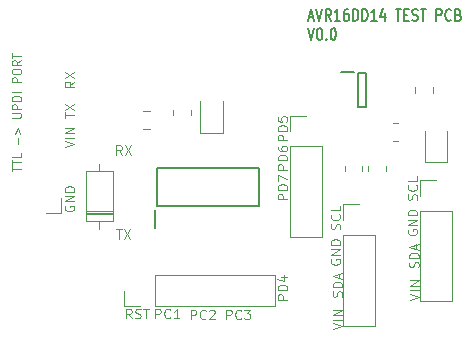
<source format=gbr>
%TF.GenerationSoftware,KiCad,Pcbnew,8.0.0-8.0.0-1~ubuntu20.04.1*%
%TF.CreationDate,2024-03-10T03:56:21-05:00*%
%TF.ProjectId,avr16dd14_dev_board,61767231-3664-4643-9134-5f6465765f62,rev?*%
%TF.SameCoordinates,Original*%
%TF.FileFunction,Legend,Top*%
%TF.FilePolarity,Positive*%
%FSLAX46Y46*%
G04 Gerber Fmt 4.6, Leading zero omitted, Abs format (unit mm)*
G04 Created by KiCad (PCBNEW 8.0.0-8.0.0-1~ubuntu20.04.1) date 2024-03-10 03:56:21*
%MOMM*%
%LPD*%
G01*
G04 APERTURE LIST*
%ADD10C,0.100000*%
%ADD11C,0.150000*%
%ADD12C,0.120000*%
%ADD13C,0.200000*%
G04 APERTURE END LIST*
D10*
X128896895Y-83743734D02*
X128096895Y-83743734D01*
X128096895Y-83743734D02*
X128096895Y-83438972D01*
X128096895Y-83438972D02*
X128134990Y-83362782D01*
X128134990Y-83362782D02*
X128173085Y-83324687D01*
X128173085Y-83324687D02*
X128249276Y-83286591D01*
X128249276Y-83286591D02*
X128363561Y-83286591D01*
X128363561Y-83286591D02*
X128439752Y-83324687D01*
X128439752Y-83324687D02*
X128477847Y-83362782D01*
X128477847Y-83362782D02*
X128515942Y-83438972D01*
X128515942Y-83438972D02*
X128515942Y-83743734D01*
X128896895Y-82943734D02*
X128096895Y-82943734D01*
X128096895Y-82943734D02*
X128096895Y-82753258D01*
X128096895Y-82753258D02*
X128134990Y-82638972D01*
X128134990Y-82638972D02*
X128211180Y-82562782D01*
X128211180Y-82562782D02*
X128287371Y-82524687D01*
X128287371Y-82524687D02*
X128439752Y-82486591D01*
X128439752Y-82486591D02*
X128554038Y-82486591D01*
X128554038Y-82486591D02*
X128706419Y-82524687D01*
X128706419Y-82524687D02*
X128782609Y-82562782D01*
X128782609Y-82562782D02*
X128858800Y-82638972D01*
X128858800Y-82638972D02*
X128896895Y-82753258D01*
X128896895Y-82753258D02*
X128896895Y-82943734D01*
X128096895Y-82219925D02*
X128096895Y-81686591D01*
X128096895Y-81686591D02*
X128896895Y-82029449D01*
X128896895Y-81243734D02*
X128096895Y-81243734D01*
X128096895Y-81243734D02*
X128096895Y-80938972D01*
X128096895Y-80938972D02*
X128134990Y-80862782D01*
X128134990Y-80862782D02*
X128173085Y-80824687D01*
X128173085Y-80824687D02*
X128249276Y-80786591D01*
X128249276Y-80786591D02*
X128363561Y-80786591D01*
X128363561Y-80786591D02*
X128439752Y-80824687D01*
X128439752Y-80824687D02*
X128477847Y-80862782D01*
X128477847Y-80862782D02*
X128515942Y-80938972D01*
X128515942Y-80938972D02*
X128515942Y-81243734D01*
X128896895Y-80443734D02*
X128096895Y-80443734D01*
X128096895Y-80443734D02*
X128096895Y-80253258D01*
X128096895Y-80253258D02*
X128134990Y-80138972D01*
X128134990Y-80138972D02*
X128211180Y-80062782D01*
X128211180Y-80062782D02*
X128287371Y-80024687D01*
X128287371Y-80024687D02*
X128439752Y-79986591D01*
X128439752Y-79986591D02*
X128554038Y-79986591D01*
X128554038Y-79986591D02*
X128706419Y-80024687D01*
X128706419Y-80024687D02*
X128782609Y-80062782D01*
X128782609Y-80062782D02*
X128858800Y-80138972D01*
X128858800Y-80138972D02*
X128896895Y-80253258D01*
X128896895Y-80253258D02*
X128896895Y-80443734D01*
X128096895Y-79300877D02*
X128096895Y-79453258D01*
X128096895Y-79453258D02*
X128134990Y-79529449D01*
X128134990Y-79529449D02*
X128173085Y-79567544D01*
X128173085Y-79567544D02*
X128287371Y-79643734D01*
X128287371Y-79643734D02*
X128439752Y-79681830D01*
X128439752Y-79681830D02*
X128744514Y-79681830D01*
X128744514Y-79681830D02*
X128820704Y-79643734D01*
X128820704Y-79643734D02*
X128858800Y-79605639D01*
X128858800Y-79605639D02*
X128896895Y-79529449D01*
X128896895Y-79529449D02*
X128896895Y-79377068D01*
X128896895Y-79377068D02*
X128858800Y-79300877D01*
X128858800Y-79300877D02*
X128820704Y-79262782D01*
X128820704Y-79262782D02*
X128744514Y-79224687D01*
X128744514Y-79224687D02*
X128554038Y-79224687D01*
X128554038Y-79224687D02*
X128477847Y-79262782D01*
X128477847Y-79262782D02*
X128439752Y-79300877D01*
X128439752Y-79300877D02*
X128401657Y-79377068D01*
X128401657Y-79377068D02*
X128401657Y-79529449D01*
X128401657Y-79529449D02*
X128439752Y-79605639D01*
X128439752Y-79605639D02*
X128477847Y-79643734D01*
X128477847Y-79643734D02*
X128554038Y-79681830D01*
X128896895Y-78743734D02*
X128096895Y-78743734D01*
X128096895Y-78743734D02*
X128096895Y-78438972D01*
X128096895Y-78438972D02*
X128134990Y-78362782D01*
X128134990Y-78362782D02*
X128173085Y-78324687D01*
X128173085Y-78324687D02*
X128249276Y-78286591D01*
X128249276Y-78286591D02*
X128363561Y-78286591D01*
X128363561Y-78286591D02*
X128439752Y-78324687D01*
X128439752Y-78324687D02*
X128477847Y-78362782D01*
X128477847Y-78362782D02*
X128515942Y-78438972D01*
X128515942Y-78438972D02*
X128515942Y-78743734D01*
X128896895Y-77943734D02*
X128096895Y-77943734D01*
X128096895Y-77943734D02*
X128096895Y-77753258D01*
X128096895Y-77753258D02*
X128134990Y-77638972D01*
X128134990Y-77638972D02*
X128211180Y-77562782D01*
X128211180Y-77562782D02*
X128287371Y-77524687D01*
X128287371Y-77524687D02*
X128439752Y-77486591D01*
X128439752Y-77486591D02*
X128554038Y-77486591D01*
X128554038Y-77486591D02*
X128706419Y-77524687D01*
X128706419Y-77524687D02*
X128782609Y-77562782D01*
X128782609Y-77562782D02*
X128858800Y-77638972D01*
X128858800Y-77638972D02*
X128896895Y-77753258D01*
X128896895Y-77753258D02*
X128896895Y-77943734D01*
X128096895Y-76762782D02*
X128096895Y-77143734D01*
X128096895Y-77143734D02*
X128477847Y-77181830D01*
X128477847Y-77181830D02*
X128439752Y-77143734D01*
X128439752Y-77143734D02*
X128401657Y-77067544D01*
X128401657Y-77067544D02*
X128401657Y-76877068D01*
X128401657Y-76877068D02*
X128439752Y-76800877D01*
X128439752Y-76800877D02*
X128477847Y-76762782D01*
X128477847Y-76762782D02*
X128554038Y-76724687D01*
X128554038Y-76724687D02*
X128744514Y-76724687D01*
X128744514Y-76724687D02*
X128820704Y-76762782D01*
X128820704Y-76762782D02*
X128858800Y-76800877D01*
X128858800Y-76800877D02*
X128896895Y-76877068D01*
X128896895Y-76877068D02*
X128896895Y-77067544D01*
X128896895Y-77067544D02*
X128858800Y-77143734D01*
X128858800Y-77143734D02*
X128820704Y-77181830D01*
X114429765Y-86297679D02*
X114886908Y-86297679D01*
X114658336Y-87097679D02*
X114658336Y-86297679D01*
X115077384Y-86297679D02*
X115610718Y-87097679D01*
X115610718Y-86297679D02*
X115077384Y-87097679D01*
X114905956Y-80002441D02*
X114639289Y-79621488D01*
X114448813Y-80002441D02*
X114448813Y-79202441D01*
X114448813Y-79202441D02*
X114753575Y-79202441D01*
X114753575Y-79202441D02*
X114829765Y-79240536D01*
X114829765Y-79240536D02*
X114867860Y-79278631D01*
X114867860Y-79278631D02*
X114905956Y-79354822D01*
X114905956Y-79354822D02*
X114905956Y-79469107D01*
X114905956Y-79469107D02*
X114867860Y-79545298D01*
X114867860Y-79545298D02*
X114829765Y-79583393D01*
X114829765Y-79583393D02*
X114753575Y-79621488D01*
X114753575Y-79621488D02*
X114448813Y-79621488D01*
X115172622Y-79202441D02*
X115705956Y-80002441D01*
X115705956Y-79202441D02*
X115172622Y-80002441D01*
X110896895Y-73786591D02*
X110515942Y-74053258D01*
X110896895Y-74243734D02*
X110096895Y-74243734D01*
X110096895Y-74243734D02*
X110096895Y-73938972D01*
X110096895Y-73938972D02*
X110134990Y-73862782D01*
X110134990Y-73862782D02*
X110173085Y-73824687D01*
X110173085Y-73824687D02*
X110249276Y-73786591D01*
X110249276Y-73786591D02*
X110363561Y-73786591D01*
X110363561Y-73786591D02*
X110439752Y-73824687D01*
X110439752Y-73824687D02*
X110477847Y-73862782D01*
X110477847Y-73862782D02*
X110515942Y-73938972D01*
X110515942Y-73938972D02*
X110515942Y-74243734D01*
X110096895Y-73519925D02*
X110896895Y-72986591D01*
X110096895Y-72986591D02*
X110896895Y-73519925D01*
X110096895Y-76858020D02*
X110096895Y-76400877D01*
X110896895Y-76629449D02*
X110096895Y-76629449D01*
X110096895Y-76210401D02*
X110896895Y-75677067D01*
X110096895Y-75677067D02*
X110896895Y-76210401D01*
X110096895Y-79358020D02*
X110896895Y-79091353D01*
X110896895Y-79091353D02*
X110096895Y-78824687D01*
X110896895Y-78558020D02*
X110096895Y-78558020D01*
X110896895Y-78177068D02*
X110096895Y-78177068D01*
X110096895Y-78177068D02*
X110896895Y-77719925D01*
X110896895Y-77719925D02*
X110096895Y-77719925D01*
X110134990Y-84324687D02*
X110096895Y-84400877D01*
X110096895Y-84400877D02*
X110096895Y-84515163D01*
X110096895Y-84515163D02*
X110134990Y-84629449D01*
X110134990Y-84629449D02*
X110211180Y-84705639D01*
X110211180Y-84705639D02*
X110287371Y-84743734D01*
X110287371Y-84743734D02*
X110439752Y-84781830D01*
X110439752Y-84781830D02*
X110554038Y-84781830D01*
X110554038Y-84781830D02*
X110706419Y-84743734D01*
X110706419Y-84743734D02*
X110782609Y-84705639D01*
X110782609Y-84705639D02*
X110858800Y-84629449D01*
X110858800Y-84629449D02*
X110896895Y-84515163D01*
X110896895Y-84515163D02*
X110896895Y-84438972D01*
X110896895Y-84438972D02*
X110858800Y-84324687D01*
X110858800Y-84324687D02*
X110820704Y-84286591D01*
X110820704Y-84286591D02*
X110554038Y-84286591D01*
X110554038Y-84286591D02*
X110554038Y-84438972D01*
X110896895Y-83943734D02*
X110096895Y-83943734D01*
X110096895Y-83943734D02*
X110896895Y-83486591D01*
X110896895Y-83486591D02*
X110096895Y-83486591D01*
X110896895Y-83105639D02*
X110096895Y-83105639D01*
X110096895Y-83105639D02*
X110096895Y-82915163D01*
X110096895Y-82915163D02*
X110134990Y-82800877D01*
X110134990Y-82800877D02*
X110211180Y-82724687D01*
X110211180Y-82724687D02*
X110287371Y-82686592D01*
X110287371Y-82686592D02*
X110439752Y-82648496D01*
X110439752Y-82648496D02*
X110554038Y-82648496D01*
X110554038Y-82648496D02*
X110706419Y-82686592D01*
X110706419Y-82686592D02*
X110782609Y-82724687D01*
X110782609Y-82724687D02*
X110858800Y-82800877D01*
X110858800Y-82800877D02*
X110896895Y-82915163D01*
X110896895Y-82915163D02*
X110896895Y-83105639D01*
X105596895Y-81367544D02*
X105596895Y-80967544D01*
X106396895Y-81167544D02*
X105596895Y-81167544D01*
X105596895Y-80834211D02*
X105596895Y-80434211D01*
X106396895Y-80634211D02*
X105596895Y-80634211D01*
X106396895Y-79867545D02*
X106396895Y-80200878D01*
X106396895Y-80200878D02*
X105596895Y-80200878D01*
X106092133Y-79100878D02*
X106092133Y-78567545D01*
X105863561Y-78234211D02*
X106092133Y-77700878D01*
X106092133Y-77700878D02*
X106320704Y-78234211D01*
X105596895Y-76834211D02*
X106244514Y-76834211D01*
X106244514Y-76834211D02*
X106320704Y-76800878D01*
X106320704Y-76800878D02*
X106358800Y-76767544D01*
X106358800Y-76767544D02*
X106396895Y-76700878D01*
X106396895Y-76700878D02*
X106396895Y-76567544D01*
X106396895Y-76567544D02*
X106358800Y-76500878D01*
X106358800Y-76500878D02*
X106320704Y-76467544D01*
X106320704Y-76467544D02*
X106244514Y-76434211D01*
X106244514Y-76434211D02*
X105596895Y-76434211D01*
X106396895Y-76100878D02*
X105596895Y-76100878D01*
X105596895Y-76100878D02*
X105596895Y-75834211D01*
X105596895Y-75834211D02*
X105634990Y-75767545D01*
X105634990Y-75767545D02*
X105673085Y-75734211D01*
X105673085Y-75734211D02*
X105749276Y-75700878D01*
X105749276Y-75700878D02*
X105863561Y-75700878D01*
X105863561Y-75700878D02*
X105939752Y-75734211D01*
X105939752Y-75734211D02*
X105977847Y-75767545D01*
X105977847Y-75767545D02*
X106015942Y-75834211D01*
X106015942Y-75834211D02*
X106015942Y-76100878D01*
X106396895Y-75400878D02*
X105596895Y-75400878D01*
X105596895Y-75400878D02*
X105596895Y-75234211D01*
X105596895Y-75234211D02*
X105634990Y-75134211D01*
X105634990Y-75134211D02*
X105711180Y-75067545D01*
X105711180Y-75067545D02*
X105787371Y-75034211D01*
X105787371Y-75034211D02*
X105939752Y-75000878D01*
X105939752Y-75000878D02*
X106054038Y-75000878D01*
X106054038Y-75000878D02*
X106206419Y-75034211D01*
X106206419Y-75034211D02*
X106282609Y-75067545D01*
X106282609Y-75067545D02*
X106358800Y-75134211D01*
X106358800Y-75134211D02*
X106396895Y-75234211D01*
X106396895Y-75234211D02*
X106396895Y-75400878D01*
X106396895Y-74700878D02*
X105596895Y-74700878D01*
X106396895Y-73834212D02*
X105596895Y-73834212D01*
X105596895Y-73834212D02*
X105596895Y-73567545D01*
X105596895Y-73567545D02*
X105634990Y-73500879D01*
X105634990Y-73500879D02*
X105673085Y-73467545D01*
X105673085Y-73467545D02*
X105749276Y-73434212D01*
X105749276Y-73434212D02*
X105863561Y-73434212D01*
X105863561Y-73434212D02*
X105939752Y-73467545D01*
X105939752Y-73467545D02*
X105977847Y-73500879D01*
X105977847Y-73500879D02*
X106015942Y-73567545D01*
X106015942Y-73567545D02*
X106015942Y-73834212D01*
X105596895Y-73000879D02*
X105596895Y-72867545D01*
X105596895Y-72867545D02*
X105634990Y-72800879D01*
X105634990Y-72800879D02*
X105711180Y-72734212D01*
X105711180Y-72734212D02*
X105863561Y-72700879D01*
X105863561Y-72700879D02*
X106130228Y-72700879D01*
X106130228Y-72700879D02*
X106282609Y-72734212D01*
X106282609Y-72734212D02*
X106358800Y-72800879D01*
X106358800Y-72800879D02*
X106396895Y-72867545D01*
X106396895Y-72867545D02*
X106396895Y-73000879D01*
X106396895Y-73000879D02*
X106358800Y-73067545D01*
X106358800Y-73067545D02*
X106282609Y-73134212D01*
X106282609Y-73134212D02*
X106130228Y-73167545D01*
X106130228Y-73167545D02*
X105863561Y-73167545D01*
X105863561Y-73167545D02*
X105711180Y-73134212D01*
X105711180Y-73134212D02*
X105634990Y-73067545D01*
X105634990Y-73067545D02*
X105596895Y-73000879D01*
X106396895Y-72000879D02*
X106015942Y-72234212D01*
X106396895Y-72400879D02*
X105596895Y-72400879D01*
X105596895Y-72400879D02*
X105596895Y-72134212D01*
X105596895Y-72134212D02*
X105634990Y-72067546D01*
X105634990Y-72067546D02*
X105673085Y-72034212D01*
X105673085Y-72034212D02*
X105749276Y-72000879D01*
X105749276Y-72000879D02*
X105863561Y-72000879D01*
X105863561Y-72000879D02*
X105939752Y-72034212D01*
X105939752Y-72034212D02*
X105977847Y-72067546D01*
X105977847Y-72067546D02*
X106015942Y-72134212D01*
X106015942Y-72134212D02*
X106015942Y-72400879D01*
X105596895Y-71800879D02*
X105596895Y-71400879D01*
X106396895Y-71600879D02*
X105596895Y-71600879D01*
X128896895Y-92243734D02*
X128096895Y-92243734D01*
X128096895Y-92243734D02*
X128096895Y-91938972D01*
X128096895Y-91938972D02*
X128134990Y-91862782D01*
X128134990Y-91862782D02*
X128173085Y-91824687D01*
X128173085Y-91824687D02*
X128249276Y-91786591D01*
X128249276Y-91786591D02*
X128363561Y-91786591D01*
X128363561Y-91786591D02*
X128439752Y-91824687D01*
X128439752Y-91824687D02*
X128477847Y-91862782D01*
X128477847Y-91862782D02*
X128515942Y-91938972D01*
X128515942Y-91938972D02*
X128515942Y-92243734D01*
X128896895Y-91443734D02*
X128096895Y-91443734D01*
X128096895Y-91443734D02*
X128096895Y-91253258D01*
X128096895Y-91253258D02*
X128134990Y-91138972D01*
X128134990Y-91138972D02*
X128211180Y-91062782D01*
X128211180Y-91062782D02*
X128287371Y-91024687D01*
X128287371Y-91024687D02*
X128439752Y-90986591D01*
X128439752Y-90986591D02*
X128554038Y-90986591D01*
X128554038Y-90986591D02*
X128706419Y-91024687D01*
X128706419Y-91024687D02*
X128782609Y-91062782D01*
X128782609Y-91062782D02*
X128858800Y-91138972D01*
X128858800Y-91138972D02*
X128896895Y-91253258D01*
X128896895Y-91253258D02*
X128896895Y-91443734D01*
X128363561Y-90300877D02*
X128896895Y-90300877D01*
X128058800Y-90491353D02*
X128630228Y-90681830D01*
X128630228Y-90681830D02*
X128630228Y-90186591D01*
X123756265Y-93896895D02*
X123756265Y-93096895D01*
X123756265Y-93096895D02*
X124061027Y-93096895D01*
X124061027Y-93096895D02*
X124137217Y-93134990D01*
X124137217Y-93134990D02*
X124175312Y-93173085D01*
X124175312Y-93173085D02*
X124213408Y-93249276D01*
X124213408Y-93249276D02*
X124213408Y-93363561D01*
X124213408Y-93363561D02*
X124175312Y-93439752D01*
X124175312Y-93439752D02*
X124137217Y-93477847D01*
X124137217Y-93477847D02*
X124061027Y-93515942D01*
X124061027Y-93515942D02*
X123756265Y-93515942D01*
X125013408Y-93820704D02*
X124975312Y-93858800D01*
X124975312Y-93858800D02*
X124861027Y-93896895D01*
X124861027Y-93896895D02*
X124784836Y-93896895D01*
X124784836Y-93896895D02*
X124670550Y-93858800D01*
X124670550Y-93858800D02*
X124594360Y-93782609D01*
X124594360Y-93782609D02*
X124556265Y-93706419D01*
X124556265Y-93706419D02*
X124518169Y-93554038D01*
X124518169Y-93554038D02*
X124518169Y-93439752D01*
X124518169Y-93439752D02*
X124556265Y-93287371D01*
X124556265Y-93287371D02*
X124594360Y-93211180D01*
X124594360Y-93211180D02*
X124670550Y-93134990D01*
X124670550Y-93134990D02*
X124784836Y-93096895D01*
X124784836Y-93096895D02*
X124861027Y-93096895D01*
X124861027Y-93096895D02*
X124975312Y-93134990D01*
X124975312Y-93134990D02*
X125013408Y-93173085D01*
X125280074Y-93096895D02*
X125775312Y-93096895D01*
X125775312Y-93096895D02*
X125508646Y-93401657D01*
X125508646Y-93401657D02*
X125622931Y-93401657D01*
X125622931Y-93401657D02*
X125699122Y-93439752D01*
X125699122Y-93439752D02*
X125737217Y-93477847D01*
X125737217Y-93477847D02*
X125775312Y-93554038D01*
X125775312Y-93554038D02*
X125775312Y-93744514D01*
X125775312Y-93744514D02*
X125737217Y-93820704D01*
X125737217Y-93820704D02*
X125699122Y-93858800D01*
X125699122Y-93858800D02*
X125622931Y-93896895D01*
X125622931Y-93896895D02*
X125394360Y-93896895D01*
X125394360Y-93896895D02*
X125318169Y-93858800D01*
X125318169Y-93858800D02*
X125280074Y-93820704D01*
X120756265Y-93896895D02*
X120756265Y-93096895D01*
X120756265Y-93096895D02*
X121061027Y-93096895D01*
X121061027Y-93096895D02*
X121137217Y-93134990D01*
X121137217Y-93134990D02*
X121175312Y-93173085D01*
X121175312Y-93173085D02*
X121213408Y-93249276D01*
X121213408Y-93249276D02*
X121213408Y-93363561D01*
X121213408Y-93363561D02*
X121175312Y-93439752D01*
X121175312Y-93439752D02*
X121137217Y-93477847D01*
X121137217Y-93477847D02*
X121061027Y-93515942D01*
X121061027Y-93515942D02*
X120756265Y-93515942D01*
X122013408Y-93820704D02*
X121975312Y-93858800D01*
X121975312Y-93858800D02*
X121861027Y-93896895D01*
X121861027Y-93896895D02*
X121784836Y-93896895D01*
X121784836Y-93896895D02*
X121670550Y-93858800D01*
X121670550Y-93858800D02*
X121594360Y-93782609D01*
X121594360Y-93782609D02*
X121556265Y-93706419D01*
X121556265Y-93706419D02*
X121518169Y-93554038D01*
X121518169Y-93554038D02*
X121518169Y-93439752D01*
X121518169Y-93439752D02*
X121556265Y-93287371D01*
X121556265Y-93287371D02*
X121594360Y-93211180D01*
X121594360Y-93211180D02*
X121670550Y-93134990D01*
X121670550Y-93134990D02*
X121784836Y-93096895D01*
X121784836Y-93096895D02*
X121861027Y-93096895D01*
X121861027Y-93096895D02*
X121975312Y-93134990D01*
X121975312Y-93134990D02*
X122013408Y-93173085D01*
X122318169Y-93173085D02*
X122356265Y-93134990D01*
X122356265Y-93134990D02*
X122432455Y-93096895D01*
X122432455Y-93096895D02*
X122622931Y-93096895D01*
X122622931Y-93096895D02*
X122699122Y-93134990D01*
X122699122Y-93134990D02*
X122737217Y-93173085D01*
X122737217Y-93173085D02*
X122775312Y-93249276D01*
X122775312Y-93249276D02*
X122775312Y-93325466D01*
X122775312Y-93325466D02*
X122737217Y-93439752D01*
X122737217Y-93439752D02*
X122280074Y-93896895D01*
X122280074Y-93896895D02*
X122775312Y-93896895D01*
X117756265Y-93831013D02*
X117756265Y-93031013D01*
X117756265Y-93031013D02*
X118061027Y-93031013D01*
X118061027Y-93031013D02*
X118137217Y-93069108D01*
X118137217Y-93069108D02*
X118175312Y-93107203D01*
X118175312Y-93107203D02*
X118213408Y-93183394D01*
X118213408Y-93183394D02*
X118213408Y-93297679D01*
X118213408Y-93297679D02*
X118175312Y-93373870D01*
X118175312Y-93373870D02*
X118137217Y-93411965D01*
X118137217Y-93411965D02*
X118061027Y-93450060D01*
X118061027Y-93450060D02*
X117756265Y-93450060D01*
X119013408Y-93754822D02*
X118975312Y-93792918D01*
X118975312Y-93792918D02*
X118861027Y-93831013D01*
X118861027Y-93831013D02*
X118784836Y-93831013D01*
X118784836Y-93831013D02*
X118670550Y-93792918D01*
X118670550Y-93792918D02*
X118594360Y-93716727D01*
X118594360Y-93716727D02*
X118556265Y-93640537D01*
X118556265Y-93640537D02*
X118518169Y-93488156D01*
X118518169Y-93488156D02*
X118518169Y-93373870D01*
X118518169Y-93373870D02*
X118556265Y-93221489D01*
X118556265Y-93221489D02*
X118594360Y-93145298D01*
X118594360Y-93145298D02*
X118670550Y-93069108D01*
X118670550Y-93069108D02*
X118784836Y-93031013D01*
X118784836Y-93031013D02*
X118861027Y-93031013D01*
X118861027Y-93031013D02*
X118975312Y-93069108D01*
X118975312Y-93069108D02*
X119013408Y-93107203D01*
X119775312Y-93831013D02*
X119318169Y-93831013D01*
X119546741Y-93831013D02*
X119546741Y-93031013D01*
X119546741Y-93031013D02*
X119470550Y-93145298D01*
X119470550Y-93145298D02*
X119394360Y-93221489D01*
X119394360Y-93221489D02*
X119318169Y-93259584D01*
X115734528Y-93831013D02*
X115467861Y-93450060D01*
X115277385Y-93831013D02*
X115277385Y-93031013D01*
X115277385Y-93031013D02*
X115582147Y-93031013D01*
X115582147Y-93031013D02*
X115658337Y-93069108D01*
X115658337Y-93069108D02*
X115696432Y-93107203D01*
X115696432Y-93107203D02*
X115734528Y-93183394D01*
X115734528Y-93183394D02*
X115734528Y-93297679D01*
X115734528Y-93297679D02*
X115696432Y-93373870D01*
X115696432Y-93373870D02*
X115658337Y-93411965D01*
X115658337Y-93411965D02*
X115582147Y-93450060D01*
X115582147Y-93450060D02*
X115277385Y-93450060D01*
X116039289Y-93792918D02*
X116153575Y-93831013D01*
X116153575Y-93831013D02*
X116344051Y-93831013D01*
X116344051Y-93831013D02*
X116420242Y-93792918D01*
X116420242Y-93792918D02*
X116458337Y-93754822D01*
X116458337Y-93754822D02*
X116496432Y-93678632D01*
X116496432Y-93678632D02*
X116496432Y-93602441D01*
X116496432Y-93602441D02*
X116458337Y-93526251D01*
X116458337Y-93526251D02*
X116420242Y-93488156D01*
X116420242Y-93488156D02*
X116344051Y-93450060D01*
X116344051Y-93450060D02*
X116191670Y-93411965D01*
X116191670Y-93411965D02*
X116115480Y-93373870D01*
X116115480Y-93373870D02*
X116077385Y-93335775D01*
X116077385Y-93335775D02*
X116039289Y-93259584D01*
X116039289Y-93259584D02*
X116039289Y-93183394D01*
X116039289Y-93183394D02*
X116077385Y-93107203D01*
X116077385Y-93107203D02*
X116115480Y-93069108D01*
X116115480Y-93069108D02*
X116191670Y-93031013D01*
X116191670Y-93031013D02*
X116382147Y-93031013D01*
X116382147Y-93031013D02*
X116496432Y-93069108D01*
X116725004Y-93031013D02*
X117182147Y-93031013D01*
X116953575Y-93831013D02*
X116953575Y-93031013D01*
X132634990Y-88824687D02*
X132596895Y-88900877D01*
X132596895Y-88900877D02*
X132596895Y-89015163D01*
X132596895Y-89015163D02*
X132634990Y-89129449D01*
X132634990Y-89129449D02*
X132711180Y-89205639D01*
X132711180Y-89205639D02*
X132787371Y-89243734D01*
X132787371Y-89243734D02*
X132939752Y-89281830D01*
X132939752Y-89281830D02*
X133054038Y-89281830D01*
X133054038Y-89281830D02*
X133206419Y-89243734D01*
X133206419Y-89243734D02*
X133282609Y-89205639D01*
X133282609Y-89205639D02*
X133358800Y-89129449D01*
X133358800Y-89129449D02*
X133396895Y-89015163D01*
X133396895Y-89015163D02*
X133396895Y-88938972D01*
X133396895Y-88938972D02*
X133358800Y-88824687D01*
X133358800Y-88824687D02*
X133320704Y-88786591D01*
X133320704Y-88786591D02*
X133054038Y-88786591D01*
X133054038Y-88786591D02*
X133054038Y-88938972D01*
X133396895Y-88443734D02*
X132596895Y-88443734D01*
X132596895Y-88443734D02*
X133396895Y-87986591D01*
X133396895Y-87986591D02*
X132596895Y-87986591D01*
X133396895Y-87605639D02*
X132596895Y-87605639D01*
X132596895Y-87605639D02*
X132596895Y-87415163D01*
X132596895Y-87415163D02*
X132634990Y-87300877D01*
X132634990Y-87300877D02*
X132711180Y-87224687D01*
X132711180Y-87224687D02*
X132787371Y-87186592D01*
X132787371Y-87186592D02*
X132939752Y-87148496D01*
X132939752Y-87148496D02*
X133054038Y-87148496D01*
X133054038Y-87148496D02*
X133206419Y-87186592D01*
X133206419Y-87186592D02*
X133282609Y-87224687D01*
X133282609Y-87224687D02*
X133358800Y-87300877D01*
X133358800Y-87300877D02*
X133396895Y-87415163D01*
X133396895Y-87415163D02*
X133396895Y-87605639D01*
X132766895Y-94768020D02*
X133566895Y-94501353D01*
X133566895Y-94501353D02*
X132766895Y-94234687D01*
X133566895Y-93968020D02*
X132766895Y-93968020D01*
X133566895Y-93587068D02*
X132766895Y-93587068D01*
X132766895Y-93587068D02*
X133566895Y-93129925D01*
X133566895Y-93129925D02*
X132766895Y-93129925D01*
X133358800Y-86281830D02*
X133396895Y-86167544D01*
X133396895Y-86167544D02*
X133396895Y-85977068D01*
X133396895Y-85977068D02*
X133358800Y-85900877D01*
X133358800Y-85900877D02*
X133320704Y-85862782D01*
X133320704Y-85862782D02*
X133244514Y-85824687D01*
X133244514Y-85824687D02*
X133168323Y-85824687D01*
X133168323Y-85824687D02*
X133092133Y-85862782D01*
X133092133Y-85862782D02*
X133054038Y-85900877D01*
X133054038Y-85900877D02*
X133015942Y-85977068D01*
X133015942Y-85977068D02*
X132977847Y-86129449D01*
X132977847Y-86129449D02*
X132939752Y-86205639D01*
X132939752Y-86205639D02*
X132901657Y-86243734D01*
X132901657Y-86243734D02*
X132825466Y-86281830D01*
X132825466Y-86281830D02*
X132749276Y-86281830D01*
X132749276Y-86281830D02*
X132673085Y-86243734D01*
X132673085Y-86243734D02*
X132634990Y-86205639D01*
X132634990Y-86205639D02*
X132596895Y-86129449D01*
X132596895Y-86129449D02*
X132596895Y-85938972D01*
X132596895Y-85938972D02*
X132634990Y-85824687D01*
X133320704Y-85024686D02*
X133358800Y-85062782D01*
X133358800Y-85062782D02*
X133396895Y-85177067D01*
X133396895Y-85177067D02*
X133396895Y-85253258D01*
X133396895Y-85253258D02*
X133358800Y-85367544D01*
X133358800Y-85367544D02*
X133282609Y-85443734D01*
X133282609Y-85443734D02*
X133206419Y-85481829D01*
X133206419Y-85481829D02*
X133054038Y-85519925D01*
X133054038Y-85519925D02*
X132939752Y-85519925D01*
X132939752Y-85519925D02*
X132787371Y-85481829D01*
X132787371Y-85481829D02*
X132711180Y-85443734D01*
X132711180Y-85443734D02*
X132634990Y-85367544D01*
X132634990Y-85367544D02*
X132596895Y-85253258D01*
X132596895Y-85253258D02*
X132596895Y-85177067D01*
X132596895Y-85177067D02*
X132634990Y-85062782D01*
X132634990Y-85062782D02*
X132673085Y-85024686D01*
X133396895Y-84300877D02*
X133396895Y-84681829D01*
X133396895Y-84681829D02*
X132596895Y-84681829D01*
X133509109Y-92019139D02*
X133547204Y-91904853D01*
X133547204Y-91904853D02*
X133547204Y-91714377D01*
X133547204Y-91714377D02*
X133509109Y-91638186D01*
X133509109Y-91638186D02*
X133471013Y-91600091D01*
X133471013Y-91600091D02*
X133394823Y-91561996D01*
X133394823Y-91561996D02*
X133318632Y-91561996D01*
X133318632Y-91561996D02*
X133242442Y-91600091D01*
X133242442Y-91600091D02*
X133204347Y-91638186D01*
X133204347Y-91638186D02*
X133166251Y-91714377D01*
X133166251Y-91714377D02*
X133128156Y-91866758D01*
X133128156Y-91866758D02*
X133090061Y-91942948D01*
X133090061Y-91942948D02*
X133051966Y-91981043D01*
X133051966Y-91981043D02*
X132975775Y-92019139D01*
X132975775Y-92019139D02*
X132899585Y-92019139D01*
X132899585Y-92019139D02*
X132823394Y-91981043D01*
X132823394Y-91981043D02*
X132785299Y-91942948D01*
X132785299Y-91942948D02*
X132747204Y-91866758D01*
X132747204Y-91866758D02*
X132747204Y-91676281D01*
X132747204Y-91676281D02*
X132785299Y-91561996D01*
X133547204Y-91219138D02*
X132747204Y-91219138D01*
X132747204Y-91219138D02*
X132747204Y-91028662D01*
X132747204Y-91028662D02*
X132785299Y-90914376D01*
X132785299Y-90914376D02*
X132861489Y-90838186D01*
X132861489Y-90838186D02*
X132937680Y-90800091D01*
X132937680Y-90800091D02*
X133090061Y-90761995D01*
X133090061Y-90761995D02*
X133204347Y-90761995D01*
X133204347Y-90761995D02*
X133356728Y-90800091D01*
X133356728Y-90800091D02*
X133432918Y-90838186D01*
X133432918Y-90838186D02*
X133509109Y-90914376D01*
X133509109Y-90914376D02*
X133547204Y-91028662D01*
X133547204Y-91028662D02*
X133547204Y-91219138D01*
X133318632Y-90457234D02*
X133318632Y-90076281D01*
X133547204Y-90533424D02*
X132747204Y-90266757D01*
X132747204Y-90266757D02*
X133547204Y-90000091D01*
X139266895Y-92268020D02*
X140066895Y-92001353D01*
X140066895Y-92001353D02*
X139266895Y-91734687D01*
X140066895Y-91468020D02*
X139266895Y-91468020D01*
X140066895Y-91087068D02*
X139266895Y-91087068D01*
X139266895Y-91087068D02*
X140066895Y-90629925D01*
X140066895Y-90629925D02*
X139266895Y-90629925D01*
X140009109Y-89519139D02*
X140047204Y-89404853D01*
X140047204Y-89404853D02*
X140047204Y-89214377D01*
X140047204Y-89214377D02*
X140009109Y-89138186D01*
X140009109Y-89138186D02*
X139971013Y-89100091D01*
X139971013Y-89100091D02*
X139894823Y-89061996D01*
X139894823Y-89061996D02*
X139818632Y-89061996D01*
X139818632Y-89061996D02*
X139742442Y-89100091D01*
X139742442Y-89100091D02*
X139704347Y-89138186D01*
X139704347Y-89138186D02*
X139666251Y-89214377D01*
X139666251Y-89214377D02*
X139628156Y-89366758D01*
X139628156Y-89366758D02*
X139590061Y-89442948D01*
X139590061Y-89442948D02*
X139551966Y-89481043D01*
X139551966Y-89481043D02*
X139475775Y-89519139D01*
X139475775Y-89519139D02*
X139399585Y-89519139D01*
X139399585Y-89519139D02*
X139323394Y-89481043D01*
X139323394Y-89481043D02*
X139285299Y-89442948D01*
X139285299Y-89442948D02*
X139247204Y-89366758D01*
X139247204Y-89366758D02*
X139247204Y-89176281D01*
X139247204Y-89176281D02*
X139285299Y-89061996D01*
X140047204Y-88719138D02*
X139247204Y-88719138D01*
X139247204Y-88719138D02*
X139247204Y-88528662D01*
X139247204Y-88528662D02*
X139285299Y-88414376D01*
X139285299Y-88414376D02*
X139361489Y-88338186D01*
X139361489Y-88338186D02*
X139437680Y-88300091D01*
X139437680Y-88300091D02*
X139590061Y-88261995D01*
X139590061Y-88261995D02*
X139704347Y-88261995D01*
X139704347Y-88261995D02*
X139856728Y-88300091D01*
X139856728Y-88300091D02*
X139932918Y-88338186D01*
X139932918Y-88338186D02*
X140009109Y-88414376D01*
X140009109Y-88414376D02*
X140047204Y-88528662D01*
X140047204Y-88528662D02*
X140047204Y-88719138D01*
X139818632Y-87957234D02*
X139818632Y-87576281D01*
X140047204Y-88033424D02*
X139247204Y-87766757D01*
X139247204Y-87766757D02*
X140047204Y-87500091D01*
X139134990Y-86324687D02*
X139096895Y-86400877D01*
X139096895Y-86400877D02*
X139096895Y-86515163D01*
X139096895Y-86515163D02*
X139134990Y-86629449D01*
X139134990Y-86629449D02*
X139211180Y-86705639D01*
X139211180Y-86705639D02*
X139287371Y-86743734D01*
X139287371Y-86743734D02*
X139439752Y-86781830D01*
X139439752Y-86781830D02*
X139554038Y-86781830D01*
X139554038Y-86781830D02*
X139706419Y-86743734D01*
X139706419Y-86743734D02*
X139782609Y-86705639D01*
X139782609Y-86705639D02*
X139858800Y-86629449D01*
X139858800Y-86629449D02*
X139896895Y-86515163D01*
X139896895Y-86515163D02*
X139896895Y-86438972D01*
X139896895Y-86438972D02*
X139858800Y-86324687D01*
X139858800Y-86324687D02*
X139820704Y-86286591D01*
X139820704Y-86286591D02*
X139554038Y-86286591D01*
X139554038Y-86286591D02*
X139554038Y-86438972D01*
X139896895Y-85943734D02*
X139096895Y-85943734D01*
X139096895Y-85943734D02*
X139896895Y-85486591D01*
X139896895Y-85486591D02*
X139096895Y-85486591D01*
X139896895Y-85105639D02*
X139096895Y-85105639D01*
X139096895Y-85105639D02*
X139096895Y-84915163D01*
X139096895Y-84915163D02*
X139134990Y-84800877D01*
X139134990Y-84800877D02*
X139211180Y-84724687D01*
X139211180Y-84724687D02*
X139287371Y-84686592D01*
X139287371Y-84686592D02*
X139439752Y-84648496D01*
X139439752Y-84648496D02*
X139554038Y-84648496D01*
X139554038Y-84648496D02*
X139706419Y-84686592D01*
X139706419Y-84686592D02*
X139782609Y-84724687D01*
X139782609Y-84724687D02*
X139858800Y-84800877D01*
X139858800Y-84800877D02*
X139896895Y-84915163D01*
X139896895Y-84915163D02*
X139896895Y-85105639D01*
X139858800Y-83781830D02*
X139896895Y-83667544D01*
X139896895Y-83667544D02*
X139896895Y-83477068D01*
X139896895Y-83477068D02*
X139858800Y-83400877D01*
X139858800Y-83400877D02*
X139820704Y-83362782D01*
X139820704Y-83362782D02*
X139744514Y-83324687D01*
X139744514Y-83324687D02*
X139668323Y-83324687D01*
X139668323Y-83324687D02*
X139592133Y-83362782D01*
X139592133Y-83362782D02*
X139554038Y-83400877D01*
X139554038Y-83400877D02*
X139515942Y-83477068D01*
X139515942Y-83477068D02*
X139477847Y-83629449D01*
X139477847Y-83629449D02*
X139439752Y-83705639D01*
X139439752Y-83705639D02*
X139401657Y-83743734D01*
X139401657Y-83743734D02*
X139325466Y-83781830D01*
X139325466Y-83781830D02*
X139249276Y-83781830D01*
X139249276Y-83781830D02*
X139173085Y-83743734D01*
X139173085Y-83743734D02*
X139134990Y-83705639D01*
X139134990Y-83705639D02*
X139096895Y-83629449D01*
X139096895Y-83629449D02*
X139096895Y-83438972D01*
X139096895Y-83438972D02*
X139134990Y-83324687D01*
X139820704Y-82524686D02*
X139858800Y-82562782D01*
X139858800Y-82562782D02*
X139896895Y-82677067D01*
X139896895Y-82677067D02*
X139896895Y-82753258D01*
X139896895Y-82753258D02*
X139858800Y-82867544D01*
X139858800Y-82867544D02*
X139782609Y-82943734D01*
X139782609Y-82943734D02*
X139706419Y-82981829D01*
X139706419Y-82981829D02*
X139554038Y-83019925D01*
X139554038Y-83019925D02*
X139439752Y-83019925D01*
X139439752Y-83019925D02*
X139287371Y-82981829D01*
X139287371Y-82981829D02*
X139211180Y-82943734D01*
X139211180Y-82943734D02*
X139134990Y-82867544D01*
X139134990Y-82867544D02*
X139096895Y-82753258D01*
X139096895Y-82753258D02*
X139096895Y-82677067D01*
X139096895Y-82677067D02*
X139134990Y-82562782D01*
X139134990Y-82562782D02*
X139173085Y-82524686D01*
X139896895Y-81800877D02*
X139896895Y-82181829D01*
X139896895Y-82181829D02*
X139096895Y-82181829D01*
D11*
X130751064Y-68364216D02*
X131132017Y-68364216D01*
X130674874Y-68649931D02*
X130941541Y-67649931D01*
X130941541Y-67649931D02*
X131208207Y-68649931D01*
X131360588Y-67649931D02*
X131627255Y-68649931D01*
X131627255Y-68649931D02*
X131893921Y-67649931D01*
X132617731Y-68649931D02*
X132351064Y-68173740D01*
X132160588Y-68649931D02*
X132160588Y-67649931D01*
X132160588Y-67649931D02*
X132465350Y-67649931D01*
X132465350Y-67649931D02*
X132541540Y-67697550D01*
X132541540Y-67697550D02*
X132579635Y-67745169D01*
X132579635Y-67745169D02*
X132617731Y-67840407D01*
X132617731Y-67840407D02*
X132617731Y-67983264D01*
X132617731Y-67983264D02*
X132579635Y-68078502D01*
X132579635Y-68078502D02*
X132541540Y-68126121D01*
X132541540Y-68126121D02*
X132465350Y-68173740D01*
X132465350Y-68173740D02*
X132160588Y-68173740D01*
X133379635Y-68649931D02*
X132922492Y-68649931D01*
X133151064Y-68649931D02*
X133151064Y-67649931D01*
X133151064Y-67649931D02*
X133074873Y-67792788D01*
X133074873Y-67792788D02*
X132998683Y-67888026D01*
X132998683Y-67888026D02*
X132922492Y-67935645D01*
X134065350Y-67649931D02*
X133912969Y-67649931D01*
X133912969Y-67649931D02*
X133836778Y-67697550D01*
X133836778Y-67697550D02*
X133798683Y-67745169D01*
X133798683Y-67745169D02*
X133722493Y-67888026D01*
X133722493Y-67888026D02*
X133684397Y-68078502D01*
X133684397Y-68078502D02*
X133684397Y-68459454D01*
X133684397Y-68459454D02*
X133722493Y-68554692D01*
X133722493Y-68554692D02*
X133760588Y-68602312D01*
X133760588Y-68602312D02*
X133836778Y-68649931D01*
X133836778Y-68649931D02*
X133989159Y-68649931D01*
X133989159Y-68649931D02*
X134065350Y-68602312D01*
X134065350Y-68602312D02*
X134103445Y-68554692D01*
X134103445Y-68554692D02*
X134141540Y-68459454D01*
X134141540Y-68459454D02*
X134141540Y-68221359D01*
X134141540Y-68221359D02*
X134103445Y-68126121D01*
X134103445Y-68126121D02*
X134065350Y-68078502D01*
X134065350Y-68078502D02*
X133989159Y-68030883D01*
X133989159Y-68030883D02*
X133836778Y-68030883D01*
X133836778Y-68030883D02*
X133760588Y-68078502D01*
X133760588Y-68078502D02*
X133722493Y-68126121D01*
X133722493Y-68126121D02*
X133684397Y-68221359D01*
X134484398Y-68649931D02*
X134484398Y-67649931D01*
X134484398Y-67649931D02*
X134674874Y-67649931D01*
X134674874Y-67649931D02*
X134789160Y-67697550D01*
X134789160Y-67697550D02*
X134865350Y-67792788D01*
X134865350Y-67792788D02*
X134903445Y-67888026D01*
X134903445Y-67888026D02*
X134941541Y-68078502D01*
X134941541Y-68078502D02*
X134941541Y-68221359D01*
X134941541Y-68221359D02*
X134903445Y-68411835D01*
X134903445Y-68411835D02*
X134865350Y-68507073D01*
X134865350Y-68507073D02*
X134789160Y-68602312D01*
X134789160Y-68602312D02*
X134674874Y-68649931D01*
X134674874Y-68649931D02*
X134484398Y-68649931D01*
X135284398Y-68649931D02*
X135284398Y-67649931D01*
X135284398Y-67649931D02*
X135474874Y-67649931D01*
X135474874Y-67649931D02*
X135589160Y-67697550D01*
X135589160Y-67697550D02*
X135665350Y-67792788D01*
X135665350Y-67792788D02*
X135703445Y-67888026D01*
X135703445Y-67888026D02*
X135741541Y-68078502D01*
X135741541Y-68078502D02*
X135741541Y-68221359D01*
X135741541Y-68221359D02*
X135703445Y-68411835D01*
X135703445Y-68411835D02*
X135665350Y-68507073D01*
X135665350Y-68507073D02*
X135589160Y-68602312D01*
X135589160Y-68602312D02*
X135474874Y-68649931D01*
X135474874Y-68649931D02*
X135284398Y-68649931D01*
X136503445Y-68649931D02*
X136046302Y-68649931D01*
X136274874Y-68649931D02*
X136274874Y-67649931D01*
X136274874Y-67649931D02*
X136198683Y-67792788D01*
X136198683Y-67792788D02*
X136122493Y-67888026D01*
X136122493Y-67888026D02*
X136046302Y-67935645D01*
X137189160Y-67983264D02*
X137189160Y-68649931D01*
X136998684Y-67602312D02*
X136808207Y-68316597D01*
X136808207Y-68316597D02*
X137303446Y-68316597D01*
X138103446Y-67649931D02*
X138560589Y-67649931D01*
X138332017Y-68649931D02*
X138332017Y-67649931D01*
X138827256Y-68126121D02*
X139093922Y-68126121D01*
X139208208Y-68649931D02*
X138827256Y-68649931D01*
X138827256Y-68649931D02*
X138827256Y-67649931D01*
X138827256Y-67649931D02*
X139208208Y-67649931D01*
X139512970Y-68602312D02*
X139627256Y-68649931D01*
X139627256Y-68649931D02*
X139817732Y-68649931D01*
X139817732Y-68649931D02*
X139893923Y-68602312D01*
X139893923Y-68602312D02*
X139932018Y-68554692D01*
X139932018Y-68554692D02*
X139970113Y-68459454D01*
X139970113Y-68459454D02*
X139970113Y-68364216D01*
X139970113Y-68364216D02*
X139932018Y-68268978D01*
X139932018Y-68268978D02*
X139893923Y-68221359D01*
X139893923Y-68221359D02*
X139817732Y-68173740D01*
X139817732Y-68173740D02*
X139665351Y-68126121D01*
X139665351Y-68126121D02*
X139589161Y-68078502D01*
X139589161Y-68078502D02*
X139551066Y-68030883D01*
X139551066Y-68030883D02*
X139512970Y-67935645D01*
X139512970Y-67935645D02*
X139512970Y-67840407D01*
X139512970Y-67840407D02*
X139551066Y-67745169D01*
X139551066Y-67745169D02*
X139589161Y-67697550D01*
X139589161Y-67697550D02*
X139665351Y-67649931D01*
X139665351Y-67649931D02*
X139855828Y-67649931D01*
X139855828Y-67649931D02*
X139970113Y-67697550D01*
X140198685Y-67649931D02*
X140655828Y-67649931D01*
X140427256Y-68649931D02*
X140427256Y-67649931D01*
X141532019Y-68649931D02*
X141532019Y-67649931D01*
X141532019Y-67649931D02*
X141836781Y-67649931D01*
X141836781Y-67649931D02*
X141912971Y-67697550D01*
X141912971Y-67697550D02*
X141951066Y-67745169D01*
X141951066Y-67745169D02*
X141989162Y-67840407D01*
X141989162Y-67840407D02*
X141989162Y-67983264D01*
X141989162Y-67983264D02*
X141951066Y-68078502D01*
X141951066Y-68078502D02*
X141912971Y-68126121D01*
X141912971Y-68126121D02*
X141836781Y-68173740D01*
X141836781Y-68173740D02*
X141532019Y-68173740D01*
X142789162Y-68554692D02*
X142751066Y-68602312D01*
X142751066Y-68602312D02*
X142636781Y-68649931D01*
X142636781Y-68649931D02*
X142560590Y-68649931D01*
X142560590Y-68649931D02*
X142446304Y-68602312D01*
X142446304Y-68602312D02*
X142370114Y-68507073D01*
X142370114Y-68507073D02*
X142332019Y-68411835D01*
X142332019Y-68411835D02*
X142293923Y-68221359D01*
X142293923Y-68221359D02*
X142293923Y-68078502D01*
X142293923Y-68078502D02*
X142332019Y-67888026D01*
X142332019Y-67888026D02*
X142370114Y-67792788D01*
X142370114Y-67792788D02*
X142446304Y-67697550D01*
X142446304Y-67697550D02*
X142560590Y-67649931D01*
X142560590Y-67649931D02*
X142636781Y-67649931D01*
X142636781Y-67649931D02*
X142751066Y-67697550D01*
X142751066Y-67697550D02*
X142789162Y-67745169D01*
X143398685Y-68126121D02*
X143512971Y-68173740D01*
X143512971Y-68173740D02*
X143551066Y-68221359D01*
X143551066Y-68221359D02*
X143589162Y-68316597D01*
X143589162Y-68316597D02*
X143589162Y-68459454D01*
X143589162Y-68459454D02*
X143551066Y-68554692D01*
X143551066Y-68554692D02*
X143512971Y-68602312D01*
X143512971Y-68602312D02*
X143436781Y-68649931D01*
X143436781Y-68649931D02*
X143132019Y-68649931D01*
X143132019Y-68649931D02*
X143132019Y-67649931D01*
X143132019Y-67649931D02*
X143398685Y-67649931D01*
X143398685Y-67649931D02*
X143474876Y-67697550D01*
X143474876Y-67697550D02*
X143512971Y-67745169D01*
X143512971Y-67745169D02*
X143551066Y-67840407D01*
X143551066Y-67840407D02*
X143551066Y-67935645D01*
X143551066Y-67935645D02*
X143512971Y-68030883D01*
X143512971Y-68030883D02*
X143474876Y-68078502D01*
X143474876Y-68078502D02*
X143398685Y-68126121D01*
X143398685Y-68126121D02*
X143132019Y-68126121D01*
X130674874Y-69259875D02*
X130941541Y-70259875D01*
X130941541Y-70259875D02*
X131208207Y-69259875D01*
X131627255Y-69259875D02*
X131703445Y-69259875D01*
X131703445Y-69259875D02*
X131779636Y-69307494D01*
X131779636Y-69307494D02*
X131817731Y-69355113D01*
X131817731Y-69355113D02*
X131855826Y-69450351D01*
X131855826Y-69450351D02*
X131893921Y-69640827D01*
X131893921Y-69640827D02*
X131893921Y-69878922D01*
X131893921Y-69878922D02*
X131855826Y-70069398D01*
X131855826Y-70069398D02*
X131817731Y-70164636D01*
X131817731Y-70164636D02*
X131779636Y-70212256D01*
X131779636Y-70212256D02*
X131703445Y-70259875D01*
X131703445Y-70259875D02*
X131627255Y-70259875D01*
X131627255Y-70259875D02*
X131551064Y-70212256D01*
X131551064Y-70212256D02*
X131512969Y-70164636D01*
X131512969Y-70164636D02*
X131474874Y-70069398D01*
X131474874Y-70069398D02*
X131436778Y-69878922D01*
X131436778Y-69878922D02*
X131436778Y-69640827D01*
X131436778Y-69640827D02*
X131474874Y-69450351D01*
X131474874Y-69450351D02*
X131512969Y-69355113D01*
X131512969Y-69355113D02*
X131551064Y-69307494D01*
X131551064Y-69307494D02*
X131627255Y-69259875D01*
X132236779Y-70164636D02*
X132274874Y-70212256D01*
X132274874Y-70212256D02*
X132236779Y-70259875D01*
X132236779Y-70259875D02*
X132198683Y-70212256D01*
X132198683Y-70212256D02*
X132236779Y-70164636D01*
X132236779Y-70164636D02*
X132236779Y-70259875D01*
X132770112Y-69259875D02*
X132846302Y-69259875D01*
X132846302Y-69259875D02*
X132922493Y-69307494D01*
X132922493Y-69307494D02*
X132960588Y-69355113D01*
X132960588Y-69355113D02*
X132998683Y-69450351D01*
X132998683Y-69450351D02*
X133036778Y-69640827D01*
X133036778Y-69640827D02*
X133036778Y-69878922D01*
X133036778Y-69878922D02*
X132998683Y-70069398D01*
X132998683Y-70069398D02*
X132960588Y-70164636D01*
X132960588Y-70164636D02*
X132922493Y-70212256D01*
X132922493Y-70212256D02*
X132846302Y-70259875D01*
X132846302Y-70259875D02*
X132770112Y-70259875D01*
X132770112Y-70259875D02*
X132693921Y-70212256D01*
X132693921Y-70212256D02*
X132655826Y-70164636D01*
X132655826Y-70164636D02*
X132617731Y-70069398D01*
X132617731Y-70069398D02*
X132579635Y-69878922D01*
X132579635Y-69878922D02*
X132579635Y-69640827D01*
X132579635Y-69640827D02*
X132617731Y-69450351D01*
X132617731Y-69450351D02*
X132655826Y-69355113D01*
X132655826Y-69355113D02*
X132693921Y-69307494D01*
X132693921Y-69307494D02*
X132770112Y-69259875D01*
D12*
%TO.C,J1*%
X109770000Y-84890000D02*
X108500000Y-84890000D01*
X109770000Y-83620000D02*
X109770000Y-84890000D01*
D13*
%TO.C,IC2*%
X133425000Y-73000000D02*
X134575000Y-73000000D01*
X134925000Y-73025000D02*
X135575000Y-73025000D01*
X134925000Y-75975000D02*
X134925000Y-73025000D01*
X135575000Y-73025000D02*
X135575000Y-75975000D01*
X135575000Y-75975000D02*
X134925000Y-75975000D01*
%TO.C,IC1*%
X117705000Y-86150000D02*
X117705000Y-84650000D01*
X117865000Y-84300000D02*
X117865000Y-81100000D01*
X126515000Y-84300000D02*
X117865000Y-84300000D01*
X117865000Y-81100000D02*
X126515000Y-81100000D01*
X126515000Y-81100000D02*
X126515000Y-84300000D01*
D12*
%TO.C,D2*%
X123460000Y-78122500D02*
X123460000Y-75437500D01*
X121540000Y-78122500D02*
X123460000Y-78122500D01*
X121540000Y-75437500D02*
X121540000Y-78122500D01*
%TO.C,J6*%
X116420000Y-92830000D02*
X115090000Y-92830000D01*
X117690000Y-92830000D02*
X117690000Y-90170000D01*
X127910000Y-92830000D02*
X127910000Y-90170000D01*
X117690000Y-92830000D02*
X127910000Y-92830000D01*
X115090000Y-92830000D02*
X115090000Y-91500000D01*
X117690000Y-90170000D02*
X127910000Y-90170000D01*
%TO.C,J5*%
X129170000Y-79270000D02*
X129170000Y-86950000D01*
X129170000Y-76670000D02*
X130500000Y-76670000D01*
X129170000Y-79270000D02*
X131830000Y-79270000D01*
X129170000Y-86950000D02*
X131830000Y-86950000D01*
X129170000Y-78000000D02*
X129170000Y-76670000D01*
X131830000Y-79270000D02*
X131830000Y-86950000D01*
%TO.C,R5*%
X120735000Y-76185436D02*
X120735000Y-76639564D01*
X119265000Y-76185436D02*
X119265000Y-76639564D01*
%TO.C,R4*%
X138314564Y-78785000D02*
X137860436Y-78785000D01*
X138314564Y-77315000D02*
X137860436Y-77315000D01*
%TO.C,R3*%
X135765000Y-81364564D02*
X135765000Y-80910436D01*
X137235000Y-81364564D02*
X137235000Y-80910436D01*
%TO.C,R2*%
X133765000Y-81364564D02*
X133765000Y-80910436D01*
X135235000Y-81364564D02*
X135235000Y-80910436D01*
%TO.C,J4*%
X133670000Y-86770000D02*
X133670000Y-94450000D01*
X133670000Y-84170000D02*
X135000000Y-84170000D01*
X133670000Y-86770000D02*
X136330000Y-86770000D01*
X133670000Y-94450000D02*
X136330000Y-94450000D01*
X133670000Y-85500000D02*
X133670000Y-84170000D01*
X136330000Y-86770000D02*
X136330000Y-94450000D01*
%TO.C,J2*%
X142830000Y-84730000D02*
X142830000Y-92410000D01*
X140170000Y-83460000D02*
X140170000Y-82130000D01*
X140170000Y-92410000D02*
X142830000Y-92410000D01*
X140170000Y-84730000D02*
X142830000Y-84730000D01*
X140170000Y-82130000D02*
X141500000Y-82130000D01*
X140170000Y-84730000D02*
X140170000Y-92410000D01*
%TO.C,D1*%
X142460000Y-80622500D02*
X142460000Y-77937500D01*
X140540000Y-80622500D02*
X142460000Y-80622500D01*
X140540000Y-77937500D02*
X140540000Y-80622500D01*
%TO.C,C2*%
X139765000Y-74761252D02*
X139765000Y-74238748D01*
X141235000Y-74761252D02*
X141235000Y-74238748D01*
%TO.C,C1*%
X117261252Y-76315000D02*
X116738748Y-76315000D01*
X117261252Y-77785000D02*
X116738748Y-77785000D01*
%TO.C,D3*%
X111880000Y-81380000D02*
X111880000Y-85620000D01*
X111880000Y-84900000D02*
X114120000Y-84900000D01*
X111880000Y-85020000D02*
X114120000Y-85020000D01*
X114120000Y-81380000D02*
X111880000Y-81380000D01*
X111880000Y-84780000D02*
X114120000Y-84780000D01*
X113000000Y-86270000D02*
X113000000Y-85620000D01*
X111880000Y-85620000D02*
X114120000Y-85620000D01*
X114120000Y-85620000D02*
X114120000Y-81380000D01*
X113000000Y-80730000D02*
X113000000Y-81380000D01*
%TD*%
M02*

</source>
